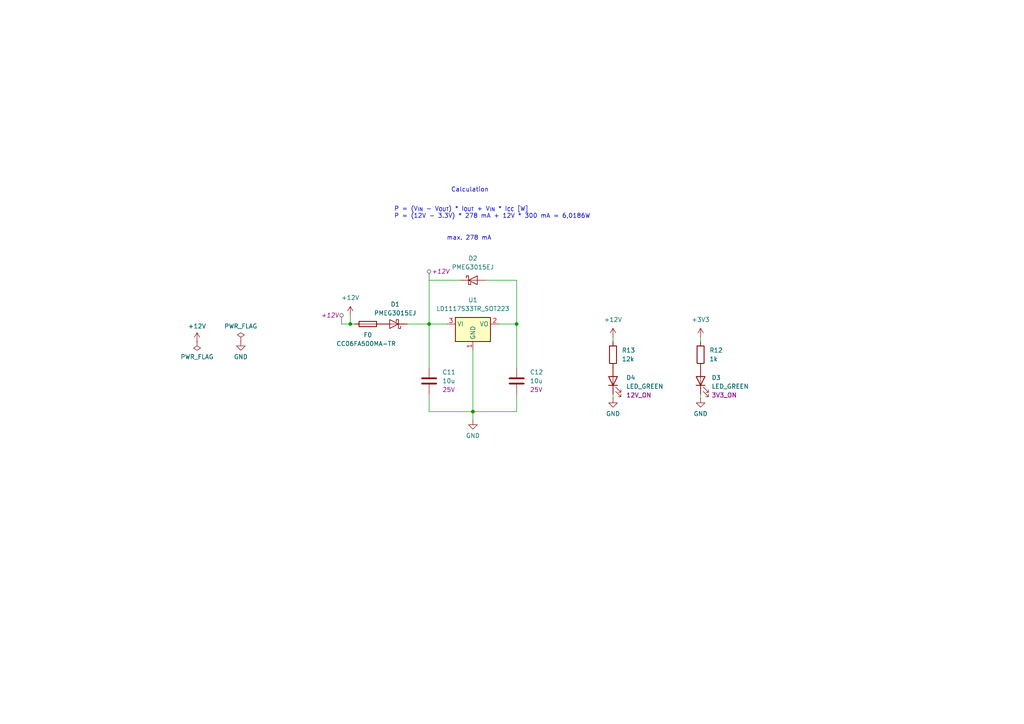
<source format=kicad_sch>
(kicad_sch (version 20231120) (generator "eeschema") (generator_version "8.0")
  (paper "A4")
  (lib_symbols
    (symbol "Device:C" (pin_numbers hide) (pin_names (offset 0.254))
      (property "Reference" "C" (at 0.635 2.54 0))
      (property "Value" "C" (at 0.635 -2.54 0))
      (symbol "C_0_1"
        (polyline (pts (xy -2.032 -0.762) (xy 2.032 -0.762)) (stroke (width 0.508)))
        (polyline (pts (xy -2.032 0.762) (xy 2.032 0.762)) (stroke (width 0.508)))
      )
      (symbol "C_1_1"
        (pin passive line (at 0 3.81 270) (length 2.794) (name "~") (number "1"))
        (pin passive line (at 0 -3.81 90) (length 2.794) (name "~") (number "2"))
      )
    )
    (symbol "Device:Fuse" (pin_numbers hide) (pin_names (offset 0))
      (property "Reference" "F" (at 2.032 0 90))
      (property "Value" "Fuse" (at -1.905 0 90))
      (symbol "Fuse_0_1"
        (rectangle (start -0.762 -2.54) (end 0.762 2.54) (stroke (width 0.254)))
        (polyline (pts (xy 0 2.54) (xy 0 -2.54)))
      )
      (symbol "Fuse_1_1"
        (pin passive line (at 0 3.81 270) (length 1.27) (name "~") (number "1"))
        (pin passive line (at 0 -3.81 90) (length 1.27) (name "~") (number "2"))
      )
    )
    (symbol "Device:LED" (pin_numbers hide) (pin_names (offset 1.016) hide)
      (property "Reference" "D" (at 0 2.54 0))
      (property "Value" "LED" (at 0 -2.54 0))
      (symbol "LED_0_1"
        (polyline (pts (xy -1.27 -1.27) (xy -1.27 1.27)) (stroke (width 0.254)))
        (polyline (pts (xy -1.27 0) (xy 1.27 0)))
        (polyline (pts (xy 1.27 -1.27) (xy 1.27 1.27) (xy -1.27 0) (xy 1.27 -1.27)) (stroke (width 0.254)))
        (polyline (pts (xy -3.048 -0.762) (xy -4.572 -2.286) (xy -3.81 -2.286) (xy -4.572 -2.286) (xy -4.572 -1.524)))
        (polyline (pts (xy -1.778 -0.762) (xy -3.302 -2.286) (xy -2.54 -2.286) (xy -3.302 -2.286) (xy -3.302 -1.524)))
      )
      (symbol "LED_1_1"
        (pin passive line (at -3.81 0 0) (length 2.54) (name "K") (number "1"))
        (pin passive line (at 3.81 0 180) (length 2.54) (name "A") (number "2"))
      )
    )
    (symbol "Device:R" (pin_numbers hide) (pin_names (offset 0))
      (property "Reference" "R" (at 2.032 0 90))
      (property "Value" "R" (at 0 0 90))
      (symbol "R_0_1"
        (rectangle (start -1.016 -2.54) (end 1.016 2.54) (stroke (width 0.254)))
      )
      (symbol "R_1_1"
        (pin passive line (at 0 3.81 270) (length 1.27) (name "~") (number "1"))
        (pin passive line (at 0 -3.81 90) (length 1.27) (name "~") (number "2"))
      )
    )
    (symbol "Diode:PMEG3015EJ" (pin_numbers hide) (pin_names hide)
      (property "Reference" "D" (at 0 2.54 0))
      (property "Value" "PMEG3015EJ" (at 0 -2.54 0))
      (symbol "PMEG3015EJ_0_1"
        (polyline (pts (xy 1.27 0) (xy -1.27 0)))
        (polyline (pts (xy 1.27 1.27) (xy 1.27 -1.27) (xy -1.27 0) (xy 1.27 1.27)) (stroke (width 0.2032)))
        (polyline (pts (xy -1.905 0.635) (xy -1.905 1.27) (xy -1.27 1.27) (xy -1.27 -1.27) (xy -0.635 -1.27) (xy -0.635 -0.635)) (stroke (width 0.2032)))
      )
      (symbol "PMEG3015EJ_1_1"
        (pin passive line (at -3.81 0 0) (length 2.54) (name "K") (number "1"))
        (pin passive line (at 3.81 0 180) (length 2.54) (name "A") (number "2"))
      )
    )
    (symbol "Regulator_Linear:LD1117S33TR_SOT223"
      (property "Reference" "U" (at -3.81 3.175 0))
      (property "Value" "LD1117S33TR_SOT223" (at 0 3.175 0))
      (symbol "LD1117S33TR_SOT223_0_1"
        (rectangle (start -5.08 -5.08) (end 5.08 1.905) (stroke (width 0.254)) (fill (type background)))
      )
      (symbol "LD1117S33TR_SOT223_1_1"
        (pin power_in line (at 0 -7.62 90) (length 2.54) (name "GND") (number "1"))
        (pin power_out line (at 7.62 0 180) (length 2.54) (name "VO") (number "2"))
        (pin power_in line (at -7.62 0 0) (length 2.54) (name "VI") (number "3"))
      )
    )
    (symbol "power:+12V" (power) (pin_numbers hide) (pin_names (offset 0) hide)
      (property "Value" "+12V" (at 0 3.556 0))
      (symbol "+12V_0_1"
        (polyline (pts (xy -0.762 1.27) (xy 0 2.54)))
        (polyline (pts (xy 0 0) (xy 0 2.54)))
        (polyline (pts (xy 0 2.54) (xy 0.762 1.27)))
      )
      (symbol "+12V_1_1"
        (pin power_in line (at 0 0 90) (length 0) (name "~") (number "1"))
      )
    )
    (symbol "power:+3V3" (power) (pin_numbers hide) (pin_names (offset 0) hide)
      (property "Value" "+3V3" (at 0 3.556 0))
      (symbol "+3V3_0_1"
        (polyline (pts (xy -0.762 1.27) (xy 0 2.54)))
        (polyline (pts (xy 0 0) (xy 0 2.54)))
        (polyline (pts (xy 0 2.54) (xy 0.762 1.27)))
      )
      (symbol "+3V3_1_1"
        (pin power_in line (at 0 0 90) (length 0) (name "~") (number "1"))
      )
    )
    (symbol "power:GND" (power) (pin_numbers hide) (pin_names (offset 0) hide)
      (property "Value" "GND" (at 0 -3.81 0))
      (symbol "GND_0_1"
        (polyline (pts (xy 0 0) (xy 0 -1.27) (xy 1.27 -1.27) (xy 0 -2.54) (xy -1.27 -1.27) (xy 0 -1.27)))
      )
      (symbol "GND_1_1"
        (pin power_in line (at 0 0 270) (length 0) (name "~") (number "1"))
      )
    )
    (symbol "power:PWR_FLAG" (power) (pin_numbers hide) (pin_names (offset 0) hide)
      (property "Value" "PWR_FLAG" (at 0 3.81 0))
      (symbol "PWR_FLAG_0_0"
        (pin power_out line (at 0 0 90) (length 0) (name "~") (number "1"))
      )
      (symbol "PWR_FLAG_0_1"
        (polyline (pts (xy 0 0) (xy 0 1.27) (xy -1.016 1.905) (xy 0 2.54) (xy 1.016 1.905) (xy 0 1.27)))
      )
    )
  )
  (junction (at 137.16 119.38))
  (junction (at 149.86 93.98))
  (junction (at 124.46 93.98))
  (junction (at 101.6 93.98))
  (wire (pts (xy 203.2 114.3) (xy 203.2 115.57)))
  (wire (pts (xy 101.6 93.98) (xy 101.6 91.44)))
  (wire (pts (xy 149.86 114.3) (xy 149.86 119.38)))
  (wire (pts (xy 140.97 81.28) (xy 149.86 81.28)))
  (wire (pts (xy 177.8 115.57) (xy 177.8 114.3)))
  (wire (pts (xy 203.2 97.79) (xy 203.2 99.06)))
  (wire (pts (xy 144.78 93.98) (xy 149.86 93.98)))
  (wire (pts (xy 118.11 93.98) (xy 124.46 93.98)))
  (wire (pts (xy 137.16 119.38) (xy 137.16 121.92)))
  (wire (pts (xy 124.46 93.98) (xy 129.54 93.98)))
  (wire (pts (xy 124.46 81.28) (xy 133.35 81.28)))
  (wire (pts (xy 101.6 93.98) (xy 102.87 93.98)))
  (wire (pts (xy 137.16 101.6) (xy 137.16 119.38)))
  (wire (pts (xy 177.8 97.79) (xy 177.8 99.06)))
  (wire (pts (xy 149.86 81.28) (xy 149.86 93.98)))
  (wire (pts (xy 137.16 119.38) (xy 149.86 119.38)))
  (wire (pts (xy 124.46 119.38) (xy 137.16 119.38)))
  (wire (pts (xy 124.46 114.3) (xy 124.46 119.38)))
  (wire (pts (xy 99.06 93.98) (xy 101.6 93.98)))
  (wire (pts (xy 124.46 93.98) (xy 124.46 106.68)))
  (wire (pts (xy 124.46 81.28) (xy 124.46 93.98)))
  (wire (pts (xy 149.86 93.98) (xy 149.86 106.68)))
  (text "P = (V_{IN} - V_{OUT}) * I_{OUT} + V_{IN} * I_{CC} [W]\nP = (12V - 3.3V) * 278 mA + 12V * 300 mA = 6,0186 W" (at 114.3 63.5 0) (effects (font (size 1.27 1.27)) (justify left bottom)))
  (text "max. 278 mA" (at 129.54 69.85 0) (effects (font (size 1.27 1.27)) (justify left bottom)))
  (text "Calculation" (at 130.81 55.88 0) (effects (font (size 1.27 1.27)) (justify left bottom)))
  (netclass_flag "" (length 2.54) (shape round) (at 99.06 93.98 0) (property "Netclass" "+12V" (at 98.3615 91.44 0) (effects (font (italic yes)) (justify right))))
  (netclass_flag "" (length 2.54) (shape round) (at 124.46 81.28 0) (property "Netclass" "+12V" (at 125.1585 78.74 0) (effects (font (italic yes)) (justify left))))
  (symbol (lib_id "Device:C") (at 124.46 110.49 180) (unit 1)
    (property "Reference" "C11" (at 128.27 107.95 0) (effects (justify right)))
    (property "Value" "10u" (at 128.27 110.49 0) (effects (justify right)))
    (property "Footprint" "Capacitor_SMD:C_0603_1608Metric" (effects (hide yes)))
    (property "Description" "Unpolarized capacitor" (effects (hide yes)))
    (property "Voltage" "25V" (at 128.27 113.03 0) (effects (justify right)))
    (instances (project "MVBMS" (path "" (reference "C11") (unit 1))) (project "Master_FT24" (path "" (reference "C37") (unit 1)) (path "" (reference "C1101") (unit 1))))
  )
  (symbol (lib_id "Device:R") (at 177.8 102.87 0) (unit 1)
    (property "Reference" "R13" (at 180.34 101.5999 0) (effects (justify left)))
    (property "Value" "12k" (at 180.34 104.1399 0) (effects (justify left)))
    (property "Footprint" "Resistor_SMD:R_0603_1608Metric" (effects (hide yes)))
    (property "Description" "Resistor" (effects (hide yes)))
  )
  (symbol (lib_id "power:+12V") (at 177.8 97.79 0) (unit 1)
    (property "Reference" "#PWR024" (effects (hide yes)))
    (property "Value" "+12V" (at 177.8 92.71 0))
    (property "Description" "Power symbol creates a global label with name \"+12V\"" (effects (hide yes)))
  )
  (symbol (lib_id "power:PWR_FLAG") (at 57.15 99.06 180) (unit 1)
    (property "Reference" "#FLG00" (effects (hide yes)))
    (property "Value" "PWR_FLAG" (at 57.15 103.505 0))
    (property "Description" "Special symbol for telling ERC where power comes from" (effects (hide yes)))
  )
  (symbol (lib_id "Diode:PMEG3015EJ") (at 114.3 93.98 180) (unit 1)
    (property "Reference" "D1" (at 114.6175 88.265 0))
    (property "Value" "PMEG3015EJ" (at 114.6175 90.805 0))
    (property "Footprint" "Diode_SMD:D_SOD-323_HandSoldering" (effects (hide yes)))
    (property "Datasheet" "https://assets.nexperia.com/documents/data-sheet/PMEG3015EH.pdf" (effects (hide yes)))
    (property "Description" "30V, 1.5A ultra low Vf MEGA Schottky barrier rectifier, SOD-323F" (effects (hide yes)))
  )
  (symbol (lib_id "Device:R") (at 203.2 102.87 0) (unit 1)
    (property "Reference" "R12" (at 205.74 101.6 0) (effects (justify left)))
    (property "Value" "1k" (at 205.74 104.14 0) (effects (justify left)))
    (property "Footprint" "Resistor_SMD:R_0603_1608Metric" (effects (hide yes)))
    (property "Description" "Resistor" (effects (hide yes)))
    (instances (project "MVBMS" (path "" (reference "R12") (unit 1))) (project "Master_FT24" (path "" (reference "R1103") (unit 1))))
  )
  (symbol (lib_id "power:GND") (at 203.2 115.57 0) (unit 1)
    (property "Reference" "#PWR069" (effects (hide yes)))
    (property "Value" "GND" (at 203.2 120.015 0))
    (property "Description" "Power symbol creates a global label with name \"GND\" , ground" (effects (hide yes)))
  )
  (symbol (lib_id "power:+12V") (at 101.6 91.44 0) (unit 1)
    (property "Reference" "#PWR021" (effects (hide yes)))
    (property "Value" "+12V" (at 101.6 86.36 0))
    (property "Description" "Power symbol creates a global label with name \"+12V\"" (effects (hide yes)))
  )
  (symbol (lib_id "power:PWR_FLAG") (at 69.85 99.06 0) (unit 1)
    (property "Reference" "#FLG01" (effects (hide yes)))
    (property "Value" "PWR_FLAG" (at 69.85 94.615 0))
    (property "Description" "Special symbol for telling ERC where power comes from" (effects (hide yes)))
  )
  (symbol (lib_id "Regulator_Linear:LD1117S33TR_SOT223") (at 137.16 93.98 0) (unit 1)
    (property "Reference" "U1" (at 137.16 86.995 0))
    (property "Value" "LD1117S33TR_SOT223" (at 137.16 89.535 0))
    (property "Footprint" "Package_TO_SOT_SMD:SOT-223-3_TabPin2" (effects (hide yes)))
    (property "Datasheet" "http://www.st.com/st-web-ui/static/active/en/resource/technical/document/datasheet/CD00000544.pdf" (effects (hide yes)))
    (property "Description" "800mA Fixed Low Drop Positive Voltage Regulator, Fixed Output 3.3V, SOT-223" (effects (hide yes)))
    (instances (project "MVBMS" (path "" (reference "U1") (unit 1))) (project "Master_FT24" (path "" (reference "U1101") (unit 1))))
  )
  (symbol (lib_id "Diode:PMEG3015EJ") (at 137.16 81.28 0) (unit 1)
    (property "Reference" "D2" (at 137.16 74.93 0))
    (property "Value" "PMEG3015EJ" (at 137.16 77.47 0))
    (property "Footprint" "Diode_SMD:D_SOD-323_HandSoldering" (effects (hide yes)))
    (property "Datasheet" "https://assets.nexperia.com/documents/data-sheet/PMEG3015EH.pdf" (effects (hide yes)))
    (property "Description" "30V, 1.5A ultra low Vf MEGA Schottky barrier rectifier, SOD-323F" (effects (hide yes)))
  )
  (symbol (lib_id "power:GND") (at 69.85 99.06 0) (unit 1)
    (property "Reference" "#PWR020" (effects (hide yes)))
    (property "Value" "GND" (at 69.85 103.505 0))
    (property "Description" "Power symbol creates a global label with name \"GND\" , ground" (effects (hide yes)))
  )
  (symbol (lib_id "power:+3V3") (at 203.2 97.79 0) (unit 1)
    (property "Reference" "#PWR023" (effects (hide yes)))
    (property "Value" "+3V3" (at 203.2 92.71 0))
    (property "Description" "Power symbol creates a global label with name \"+3V3\"" (effects (hide yes)))
  )
  (symbol (lib_id "power:GND") (at 177.8 115.57 0) (unit 1)
    (property "Reference" "#PWR025" (effects (hide yes)))
    (property "Value" "GND" (at 177.8 120.015 0))
    (property "Description" "Power symbol creates a global label with name \"GND\" , ground" (effects (hide yes)))
  )
  (symbol (lib_id "power:+12V") (at 57.15 99.06 0) (unit 1)
    (property "Reference" "#PWR019" (effects (hide yes)))
    (property "Value" "+12V" (at 57.15 94.615 0))
    (property "Description" "Power symbol creates a global label with name \"+12V\"" (effects (hide yes)))
  )
  (symbol (lib_id "power:GND") (at 137.16 121.92 0) (unit 1)
    (property "Reference" "#PWR022" (effects (hide yes)))
    (property "Value" "GND" (at 137.16 126.365 0))
    (property "Description" "Power symbol creates a global label with name \"GND\" , ground" (effects (hide yes)))
  )
  (symbol (lib_id "Device:LED") (at 203.2 110.49 90) (unit 1)
    (property "Reference" "D3" (at 206.375 109.5374 90) (effects (justify right)))
    (property "Value" "LED_GREEN" (at 206.375 112.0774 90) (effects (justify right)))
    (property "Footprint" "LED_SMD:LED_0603_1608Metric" (effects (hide yes)))
    (property "Description" "Light emitting diode" (effects (hide yes)))
    (property "Silkscreen" "3V3_ON" (at 206.375 114.6174 90) (effects (justify right)))
    (instances (project "MVBMS" (path "" (reference "D3") (unit 1))) (project "Master_FT24" (path "" (reference "D1103") (unit 1))))
  )
  (symbol (lib_id "Device:Fuse") (at 106.68 93.98 90) (unit 1)
    (property "Reference" "F0" (at 106.68 97.155 90))
    (property "Value" "CC06FA500MA-TR " (at 106.68 99.695 90))
    (property "Footprint" "Fuse:Fuse_0603_1608Metric" (effects (hide yes)))
    (property "Description" "Fuse" (effects (hide yes)))
    (instances (project "MVBMS" (path "" (reference "F0") (unit 1))) (project "Master_FT24" (path "" (reference "F1202") (unit 1)) (path "" (reference "F1101") (unit 1))))
  )
  (symbol (lib_id "Device:LED") (at 177.8 110.49 90) (unit 1)
    (property "Reference" "D4" (at 181.61 109.5374 90) (effects (justify right)))
    (property "Value" "LED_GREEN" (at 181.61 112.0774 90) (effects (justify right)))
    (property "Footprint" "LED_SMD:LED_0603_1608Metric" (effects (hide yes)))
    (property "Description" "Light emitting diode" (effects (hide yes)))
    (property "Silkscreen" "12V_ON" (at 181.61 114.6174 90) (effects (justify right)))
  )
  (symbol (lib_id "Device:C") (at 149.86 110.49 180) (unit 1)
    (property "Reference" "C12" (at 153.67 107.95 0) (effects (justify right)))
    (property "Value" "10u" (at 153.67 110.49 0) (effects (justify right)))
    (property "Footprint" "Capacitor_SMD:C_0603_1608Metric" (effects (hide yes)))
    (property "Description" "Unpolarized capacitor" (effects (hide yes)))
    (property "Voltage" "25V" (at 153.67 113.03 0) (effects (justify right)))
    (instances (project "MVBMS" (path "" (reference "C12") (unit 1))) (project "Master_FT24" (path "" (reference "C37") (unit 1)) (path "" (reference "C1102") (unit 1))))
  )
)
</source>
